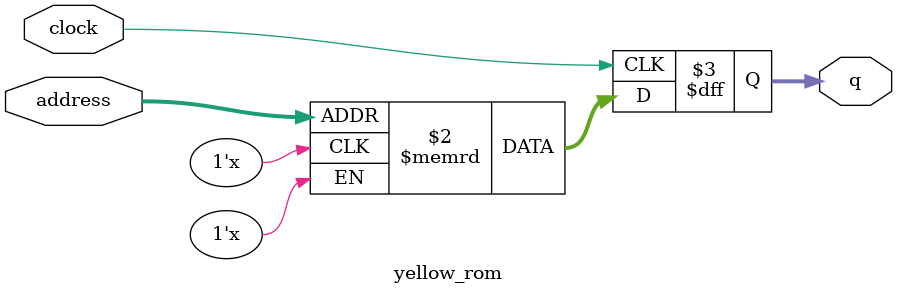
<source format=sv>
module yellow_rom (
	input logic clock,
	input logic [8:0] address,
	output logic [4:0] q
);

logic [4:0] memory [0:399] /* synthesis ram_init_file = "./yellow/yellow.mif" */;

always_ff @ (posedge clock) begin
	q <= memory[address];
end

endmodule

</source>
